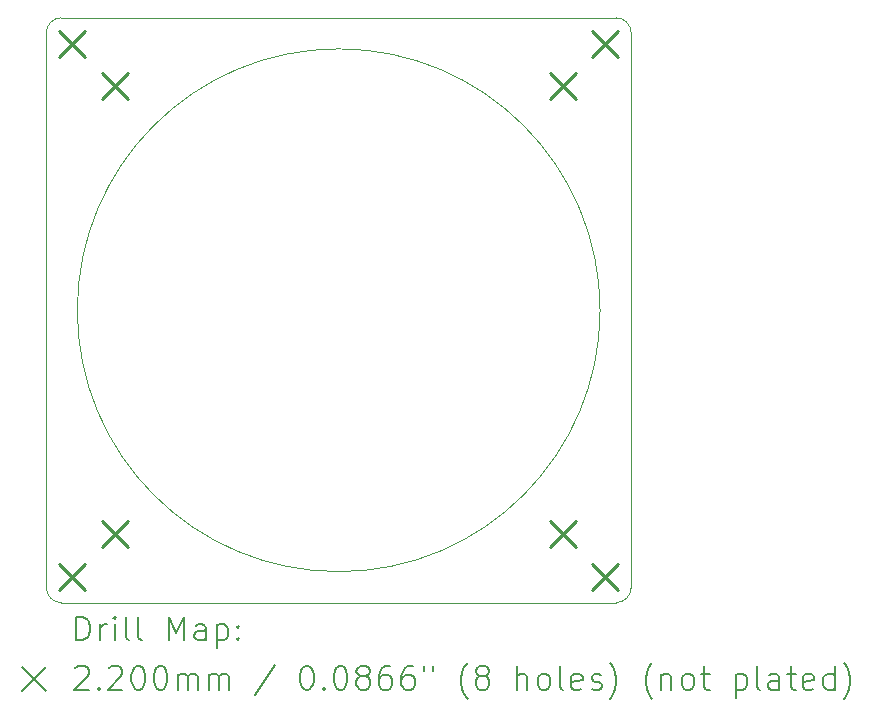
<source format=gbr>
%TF.GenerationSoftware,KiCad,Pcbnew,7.0.5*%
%TF.CreationDate,2024-08-05T01:27:42+08:00*%
%TF.ProjectId,TPS,5450532e-6b69-4636-9164-5f7063625858,rev?*%
%TF.SameCoordinates,Original*%
%TF.FileFunction,Drillmap*%
%TF.FilePolarity,Positive*%
%FSLAX45Y45*%
G04 Gerber Fmt 4.5, Leading zero omitted, Abs format (unit mm)*
G04 Created by KiCad (PCBNEW 7.0.5) date 2024-08-05 01:27:42*
%MOMM*%
%LPD*%
G01*
G04 APERTURE LIST*
%ADD10C,0.120000*%
%ADD11C,0.100000*%
%ADD12C,0.200000*%
%ADD13C,0.220000*%
G04 APERTURE END LIST*
D10*
X8670500Y-5568600D02*
X3973100Y-5568600D01*
X3846100Y-10393000D02*
G75*
G03*
X3973100Y-10520000I127000J0D01*
G01*
X3973100Y-5568600D02*
G75*
G03*
X3846100Y-5695600I0J-127000D01*
G01*
X8797500Y-10393000D02*
X8797500Y-5695600D01*
D11*
X8534800Y-8044300D02*
G75*
G03*
X8534800Y-8044300I-2213000J0D01*
G01*
D10*
X8670500Y-10520000D02*
X3973100Y-10520000D01*
X3846100Y-5695600D02*
X3846100Y-10393000D01*
X8670500Y-10520000D02*
G75*
G03*
X8797500Y-10393000I0J127000D01*
G01*
X8797500Y-5695600D02*
G75*
G03*
X8670500Y-5568600I-127000J0D01*
G01*
D12*
D13*
X3956100Y-5678600D02*
X4176100Y-5898600D01*
X4176100Y-5678600D02*
X3956100Y-5898600D01*
X3956100Y-10190000D02*
X4176100Y-10410000D01*
X4176100Y-10190000D02*
X3956100Y-10410000D01*
X4316100Y-6038600D02*
X4536100Y-6258600D01*
X4536100Y-6038600D02*
X4316100Y-6258600D01*
X4316100Y-9830000D02*
X4536100Y-10050000D01*
X4536100Y-9830000D02*
X4316100Y-10050000D01*
X8107500Y-6038600D02*
X8327500Y-6258600D01*
X8327500Y-6038600D02*
X8107500Y-6258600D01*
X8107500Y-9830000D02*
X8327500Y-10050000D01*
X8327500Y-9830000D02*
X8107500Y-10050000D01*
X8467500Y-5678600D02*
X8687500Y-5898600D01*
X8687500Y-5678600D02*
X8467500Y-5898600D01*
X8467500Y-10190000D02*
X8687500Y-10410000D01*
X8687500Y-10190000D02*
X8467500Y-10410000D01*
D12*
X4100877Y-10837484D02*
X4100877Y-10637484D01*
X4100877Y-10637484D02*
X4148496Y-10637484D01*
X4148496Y-10637484D02*
X4177067Y-10647008D01*
X4177067Y-10647008D02*
X4196115Y-10666055D01*
X4196115Y-10666055D02*
X4205639Y-10685103D01*
X4205639Y-10685103D02*
X4215163Y-10723198D01*
X4215163Y-10723198D02*
X4215163Y-10751770D01*
X4215163Y-10751770D02*
X4205639Y-10789865D01*
X4205639Y-10789865D02*
X4196115Y-10808912D01*
X4196115Y-10808912D02*
X4177067Y-10827960D01*
X4177067Y-10827960D02*
X4148496Y-10837484D01*
X4148496Y-10837484D02*
X4100877Y-10837484D01*
X4300877Y-10837484D02*
X4300877Y-10704150D01*
X4300877Y-10742246D02*
X4310401Y-10723198D01*
X4310401Y-10723198D02*
X4319924Y-10713674D01*
X4319924Y-10713674D02*
X4338972Y-10704150D01*
X4338972Y-10704150D02*
X4358020Y-10704150D01*
X4424686Y-10837484D02*
X4424686Y-10704150D01*
X4424686Y-10637484D02*
X4415163Y-10647008D01*
X4415163Y-10647008D02*
X4424686Y-10656531D01*
X4424686Y-10656531D02*
X4434210Y-10647008D01*
X4434210Y-10647008D02*
X4424686Y-10637484D01*
X4424686Y-10637484D02*
X4424686Y-10656531D01*
X4548496Y-10837484D02*
X4529448Y-10827960D01*
X4529448Y-10827960D02*
X4519924Y-10808912D01*
X4519924Y-10808912D02*
X4519924Y-10637484D01*
X4653258Y-10837484D02*
X4634210Y-10827960D01*
X4634210Y-10827960D02*
X4624686Y-10808912D01*
X4624686Y-10808912D02*
X4624686Y-10637484D01*
X4881829Y-10837484D02*
X4881829Y-10637484D01*
X4881829Y-10637484D02*
X4948496Y-10780341D01*
X4948496Y-10780341D02*
X5015163Y-10637484D01*
X5015163Y-10637484D02*
X5015163Y-10837484D01*
X5196115Y-10837484D02*
X5196115Y-10732722D01*
X5196115Y-10732722D02*
X5186591Y-10713674D01*
X5186591Y-10713674D02*
X5167544Y-10704150D01*
X5167544Y-10704150D02*
X5129448Y-10704150D01*
X5129448Y-10704150D02*
X5110401Y-10713674D01*
X5196115Y-10827960D02*
X5177067Y-10837484D01*
X5177067Y-10837484D02*
X5129448Y-10837484D01*
X5129448Y-10837484D02*
X5110401Y-10827960D01*
X5110401Y-10827960D02*
X5100877Y-10808912D01*
X5100877Y-10808912D02*
X5100877Y-10789865D01*
X5100877Y-10789865D02*
X5110401Y-10770817D01*
X5110401Y-10770817D02*
X5129448Y-10761293D01*
X5129448Y-10761293D02*
X5177067Y-10761293D01*
X5177067Y-10761293D02*
X5196115Y-10751770D01*
X5291353Y-10704150D02*
X5291353Y-10904150D01*
X5291353Y-10713674D02*
X5310401Y-10704150D01*
X5310401Y-10704150D02*
X5348496Y-10704150D01*
X5348496Y-10704150D02*
X5367544Y-10713674D01*
X5367544Y-10713674D02*
X5377067Y-10723198D01*
X5377067Y-10723198D02*
X5386591Y-10742246D01*
X5386591Y-10742246D02*
X5386591Y-10799389D01*
X5386591Y-10799389D02*
X5377067Y-10818436D01*
X5377067Y-10818436D02*
X5367544Y-10827960D01*
X5367544Y-10827960D02*
X5348496Y-10837484D01*
X5348496Y-10837484D02*
X5310401Y-10837484D01*
X5310401Y-10837484D02*
X5291353Y-10827960D01*
X5472305Y-10818436D02*
X5481829Y-10827960D01*
X5481829Y-10827960D02*
X5472305Y-10837484D01*
X5472305Y-10837484D02*
X5462782Y-10827960D01*
X5462782Y-10827960D02*
X5472305Y-10818436D01*
X5472305Y-10818436D02*
X5472305Y-10837484D01*
X5472305Y-10713674D02*
X5481829Y-10723198D01*
X5481829Y-10723198D02*
X5472305Y-10732722D01*
X5472305Y-10732722D02*
X5462782Y-10723198D01*
X5462782Y-10723198D02*
X5472305Y-10713674D01*
X5472305Y-10713674D02*
X5472305Y-10732722D01*
X3640100Y-11066000D02*
X3840100Y-11266000D01*
X3840100Y-11066000D02*
X3640100Y-11266000D01*
X4091353Y-11076531D02*
X4100877Y-11067008D01*
X4100877Y-11067008D02*
X4119924Y-11057484D01*
X4119924Y-11057484D02*
X4167543Y-11057484D01*
X4167543Y-11057484D02*
X4186591Y-11067008D01*
X4186591Y-11067008D02*
X4196115Y-11076531D01*
X4196115Y-11076531D02*
X4205639Y-11095579D01*
X4205639Y-11095579D02*
X4205639Y-11114627D01*
X4205639Y-11114627D02*
X4196115Y-11143198D01*
X4196115Y-11143198D02*
X4081829Y-11257484D01*
X4081829Y-11257484D02*
X4205639Y-11257484D01*
X4291353Y-11238436D02*
X4300877Y-11247960D01*
X4300877Y-11247960D02*
X4291353Y-11257484D01*
X4291353Y-11257484D02*
X4281829Y-11247960D01*
X4281829Y-11247960D02*
X4291353Y-11238436D01*
X4291353Y-11238436D02*
X4291353Y-11257484D01*
X4377067Y-11076531D02*
X4386591Y-11067008D01*
X4386591Y-11067008D02*
X4405639Y-11057484D01*
X4405639Y-11057484D02*
X4453258Y-11057484D01*
X4453258Y-11057484D02*
X4472305Y-11067008D01*
X4472305Y-11067008D02*
X4481829Y-11076531D01*
X4481829Y-11076531D02*
X4491353Y-11095579D01*
X4491353Y-11095579D02*
X4491353Y-11114627D01*
X4491353Y-11114627D02*
X4481829Y-11143198D01*
X4481829Y-11143198D02*
X4367544Y-11257484D01*
X4367544Y-11257484D02*
X4491353Y-11257484D01*
X4615163Y-11057484D02*
X4634210Y-11057484D01*
X4634210Y-11057484D02*
X4653258Y-11067008D01*
X4653258Y-11067008D02*
X4662782Y-11076531D01*
X4662782Y-11076531D02*
X4672305Y-11095579D01*
X4672305Y-11095579D02*
X4681829Y-11133674D01*
X4681829Y-11133674D02*
X4681829Y-11181293D01*
X4681829Y-11181293D02*
X4672305Y-11219388D01*
X4672305Y-11219388D02*
X4662782Y-11238436D01*
X4662782Y-11238436D02*
X4653258Y-11247960D01*
X4653258Y-11247960D02*
X4634210Y-11257484D01*
X4634210Y-11257484D02*
X4615163Y-11257484D01*
X4615163Y-11257484D02*
X4596115Y-11247960D01*
X4596115Y-11247960D02*
X4586591Y-11238436D01*
X4586591Y-11238436D02*
X4577067Y-11219388D01*
X4577067Y-11219388D02*
X4567544Y-11181293D01*
X4567544Y-11181293D02*
X4567544Y-11133674D01*
X4567544Y-11133674D02*
X4577067Y-11095579D01*
X4577067Y-11095579D02*
X4586591Y-11076531D01*
X4586591Y-11076531D02*
X4596115Y-11067008D01*
X4596115Y-11067008D02*
X4615163Y-11057484D01*
X4805639Y-11057484D02*
X4824686Y-11057484D01*
X4824686Y-11057484D02*
X4843734Y-11067008D01*
X4843734Y-11067008D02*
X4853258Y-11076531D01*
X4853258Y-11076531D02*
X4862782Y-11095579D01*
X4862782Y-11095579D02*
X4872305Y-11133674D01*
X4872305Y-11133674D02*
X4872305Y-11181293D01*
X4872305Y-11181293D02*
X4862782Y-11219388D01*
X4862782Y-11219388D02*
X4853258Y-11238436D01*
X4853258Y-11238436D02*
X4843734Y-11247960D01*
X4843734Y-11247960D02*
X4824686Y-11257484D01*
X4824686Y-11257484D02*
X4805639Y-11257484D01*
X4805639Y-11257484D02*
X4786591Y-11247960D01*
X4786591Y-11247960D02*
X4777067Y-11238436D01*
X4777067Y-11238436D02*
X4767544Y-11219388D01*
X4767544Y-11219388D02*
X4758020Y-11181293D01*
X4758020Y-11181293D02*
X4758020Y-11133674D01*
X4758020Y-11133674D02*
X4767544Y-11095579D01*
X4767544Y-11095579D02*
X4777067Y-11076531D01*
X4777067Y-11076531D02*
X4786591Y-11067008D01*
X4786591Y-11067008D02*
X4805639Y-11057484D01*
X4958020Y-11257484D02*
X4958020Y-11124150D01*
X4958020Y-11143198D02*
X4967544Y-11133674D01*
X4967544Y-11133674D02*
X4986591Y-11124150D01*
X4986591Y-11124150D02*
X5015163Y-11124150D01*
X5015163Y-11124150D02*
X5034210Y-11133674D01*
X5034210Y-11133674D02*
X5043734Y-11152722D01*
X5043734Y-11152722D02*
X5043734Y-11257484D01*
X5043734Y-11152722D02*
X5053258Y-11133674D01*
X5053258Y-11133674D02*
X5072305Y-11124150D01*
X5072305Y-11124150D02*
X5100877Y-11124150D01*
X5100877Y-11124150D02*
X5119925Y-11133674D01*
X5119925Y-11133674D02*
X5129448Y-11152722D01*
X5129448Y-11152722D02*
X5129448Y-11257484D01*
X5224686Y-11257484D02*
X5224686Y-11124150D01*
X5224686Y-11143198D02*
X5234210Y-11133674D01*
X5234210Y-11133674D02*
X5253258Y-11124150D01*
X5253258Y-11124150D02*
X5281829Y-11124150D01*
X5281829Y-11124150D02*
X5300877Y-11133674D01*
X5300877Y-11133674D02*
X5310401Y-11152722D01*
X5310401Y-11152722D02*
X5310401Y-11257484D01*
X5310401Y-11152722D02*
X5319925Y-11133674D01*
X5319925Y-11133674D02*
X5338972Y-11124150D01*
X5338972Y-11124150D02*
X5367544Y-11124150D01*
X5367544Y-11124150D02*
X5386591Y-11133674D01*
X5386591Y-11133674D02*
X5396115Y-11152722D01*
X5396115Y-11152722D02*
X5396115Y-11257484D01*
X5786591Y-11047960D02*
X5615163Y-11305103D01*
X6043734Y-11057484D02*
X6062782Y-11057484D01*
X6062782Y-11057484D02*
X6081829Y-11067008D01*
X6081829Y-11067008D02*
X6091353Y-11076531D01*
X6091353Y-11076531D02*
X6100877Y-11095579D01*
X6100877Y-11095579D02*
X6110401Y-11133674D01*
X6110401Y-11133674D02*
X6110401Y-11181293D01*
X6110401Y-11181293D02*
X6100877Y-11219388D01*
X6100877Y-11219388D02*
X6091353Y-11238436D01*
X6091353Y-11238436D02*
X6081829Y-11247960D01*
X6081829Y-11247960D02*
X6062782Y-11257484D01*
X6062782Y-11257484D02*
X6043734Y-11257484D01*
X6043734Y-11257484D02*
X6024686Y-11247960D01*
X6024686Y-11247960D02*
X6015163Y-11238436D01*
X6015163Y-11238436D02*
X6005639Y-11219388D01*
X6005639Y-11219388D02*
X5996115Y-11181293D01*
X5996115Y-11181293D02*
X5996115Y-11133674D01*
X5996115Y-11133674D02*
X6005639Y-11095579D01*
X6005639Y-11095579D02*
X6015163Y-11076531D01*
X6015163Y-11076531D02*
X6024686Y-11067008D01*
X6024686Y-11067008D02*
X6043734Y-11057484D01*
X6196115Y-11238436D02*
X6205639Y-11247960D01*
X6205639Y-11247960D02*
X6196115Y-11257484D01*
X6196115Y-11257484D02*
X6186591Y-11247960D01*
X6186591Y-11247960D02*
X6196115Y-11238436D01*
X6196115Y-11238436D02*
X6196115Y-11257484D01*
X6329448Y-11057484D02*
X6348496Y-11057484D01*
X6348496Y-11057484D02*
X6367544Y-11067008D01*
X6367544Y-11067008D02*
X6377067Y-11076531D01*
X6377067Y-11076531D02*
X6386591Y-11095579D01*
X6386591Y-11095579D02*
X6396115Y-11133674D01*
X6396115Y-11133674D02*
X6396115Y-11181293D01*
X6396115Y-11181293D02*
X6386591Y-11219388D01*
X6386591Y-11219388D02*
X6377067Y-11238436D01*
X6377067Y-11238436D02*
X6367544Y-11247960D01*
X6367544Y-11247960D02*
X6348496Y-11257484D01*
X6348496Y-11257484D02*
X6329448Y-11257484D01*
X6329448Y-11257484D02*
X6310401Y-11247960D01*
X6310401Y-11247960D02*
X6300877Y-11238436D01*
X6300877Y-11238436D02*
X6291353Y-11219388D01*
X6291353Y-11219388D02*
X6281829Y-11181293D01*
X6281829Y-11181293D02*
X6281829Y-11133674D01*
X6281829Y-11133674D02*
X6291353Y-11095579D01*
X6291353Y-11095579D02*
X6300877Y-11076531D01*
X6300877Y-11076531D02*
X6310401Y-11067008D01*
X6310401Y-11067008D02*
X6329448Y-11057484D01*
X6510401Y-11143198D02*
X6491353Y-11133674D01*
X6491353Y-11133674D02*
X6481829Y-11124150D01*
X6481829Y-11124150D02*
X6472306Y-11105103D01*
X6472306Y-11105103D02*
X6472306Y-11095579D01*
X6472306Y-11095579D02*
X6481829Y-11076531D01*
X6481829Y-11076531D02*
X6491353Y-11067008D01*
X6491353Y-11067008D02*
X6510401Y-11057484D01*
X6510401Y-11057484D02*
X6548496Y-11057484D01*
X6548496Y-11057484D02*
X6567544Y-11067008D01*
X6567544Y-11067008D02*
X6577067Y-11076531D01*
X6577067Y-11076531D02*
X6586591Y-11095579D01*
X6586591Y-11095579D02*
X6586591Y-11105103D01*
X6586591Y-11105103D02*
X6577067Y-11124150D01*
X6577067Y-11124150D02*
X6567544Y-11133674D01*
X6567544Y-11133674D02*
X6548496Y-11143198D01*
X6548496Y-11143198D02*
X6510401Y-11143198D01*
X6510401Y-11143198D02*
X6491353Y-11152722D01*
X6491353Y-11152722D02*
X6481829Y-11162246D01*
X6481829Y-11162246D02*
X6472306Y-11181293D01*
X6472306Y-11181293D02*
X6472306Y-11219388D01*
X6472306Y-11219388D02*
X6481829Y-11238436D01*
X6481829Y-11238436D02*
X6491353Y-11247960D01*
X6491353Y-11247960D02*
X6510401Y-11257484D01*
X6510401Y-11257484D02*
X6548496Y-11257484D01*
X6548496Y-11257484D02*
X6567544Y-11247960D01*
X6567544Y-11247960D02*
X6577067Y-11238436D01*
X6577067Y-11238436D02*
X6586591Y-11219388D01*
X6586591Y-11219388D02*
X6586591Y-11181293D01*
X6586591Y-11181293D02*
X6577067Y-11162246D01*
X6577067Y-11162246D02*
X6567544Y-11152722D01*
X6567544Y-11152722D02*
X6548496Y-11143198D01*
X6758020Y-11057484D02*
X6719925Y-11057484D01*
X6719925Y-11057484D02*
X6700877Y-11067008D01*
X6700877Y-11067008D02*
X6691353Y-11076531D01*
X6691353Y-11076531D02*
X6672306Y-11105103D01*
X6672306Y-11105103D02*
X6662782Y-11143198D01*
X6662782Y-11143198D02*
X6662782Y-11219388D01*
X6662782Y-11219388D02*
X6672306Y-11238436D01*
X6672306Y-11238436D02*
X6681829Y-11247960D01*
X6681829Y-11247960D02*
X6700877Y-11257484D01*
X6700877Y-11257484D02*
X6738972Y-11257484D01*
X6738972Y-11257484D02*
X6758020Y-11247960D01*
X6758020Y-11247960D02*
X6767544Y-11238436D01*
X6767544Y-11238436D02*
X6777067Y-11219388D01*
X6777067Y-11219388D02*
X6777067Y-11171770D01*
X6777067Y-11171770D02*
X6767544Y-11152722D01*
X6767544Y-11152722D02*
X6758020Y-11143198D01*
X6758020Y-11143198D02*
X6738972Y-11133674D01*
X6738972Y-11133674D02*
X6700877Y-11133674D01*
X6700877Y-11133674D02*
X6681829Y-11143198D01*
X6681829Y-11143198D02*
X6672306Y-11152722D01*
X6672306Y-11152722D02*
X6662782Y-11171770D01*
X6948496Y-11057484D02*
X6910401Y-11057484D01*
X6910401Y-11057484D02*
X6891353Y-11067008D01*
X6891353Y-11067008D02*
X6881829Y-11076531D01*
X6881829Y-11076531D02*
X6862782Y-11105103D01*
X6862782Y-11105103D02*
X6853258Y-11143198D01*
X6853258Y-11143198D02*
X6853258Y-11219388D01*
X6853258Y-11219388D02*
X6862782Y-11238436D01*
X6862782Y-11238436D02*
X6872306Y-11247960D01*
X6872306Y-11247960D02*
X6891353Y-11257484D01*
X6891353Y-11257484D02*
X6929448Y-11257484D01*
X6929448Y-11257484D02*
X6948496Y-11247960D01*
X6948496Y-11247960D02*
X6958020Y-11238436D01*
X6958020Y-11238436D02*
X6967544Y-11219388D01*
X6967544Y-11219388D02*
X6967544Y-11171770D01*
X6967544Y-11171770D02*
X6958020Y-11152722D01*
X6958020Y-11152722D02*
X6948496Y-11143198D01*
X6948496Y-11143198D02*
X6929448Y-11133674D01*
X6929448Y-11133674D02*
X6891353Y-11133674D01*
X6891353Y-11133674D02*
X6872306Y-11143198D01*
X6872306Y-11143198D02*
X6862782Y-11152722D01*
X6862782Y-11152722D02*
X6853258Y-11171770D01*
X7043734Y-11057484D02*
X7043734Y-11095579D01*
X7119925Y-11057484D02*
X7119925Y-11095579D01*
X7415163Y-11333674D02*
X7405639Y-11324150D01*
X7405639Y-11324150D02*
X7386591Y-11295579D01*
X7386591Y-11295579D02*
X7377068Y-11276531D01*
X7377068Y-11276531D02*
X7367544Y-11247960D01*
X7367544Y-11247960D02*
X7358020Y-11200341D01*
X7358020Y-11200341D02*
X7358020Y-11162246D01*
X7358020Y-11162246D02*
X7367544Y-11114627D01*
X7367544Y-11114627D02*
X7377068Y-11086055D01*
X7377068Y-11086055D02*
X7386591Y-11067008D01*
X7386591Y-11067008D02*
X7405639Y-11038436D01*
X7405639Y-11038436D02*
X7415163Y-11028912D01*
X7519925Y-11143198D02*
X7500877Y-11133674D01*
X7500877Y-11133674D02*
X7491353Y-11124150D01*
X7491353Y-11124150D02*
X7481829Y-11105103D01*
X7481829Y-11105103D02*
X7481829Y-11095579D01*
X7481829Y-11095579D02*
X7491353Y-11076531D01*
X7491353Y-11076531D02*
X7500877Y-11067008D01*
X7500877Y-11067008D02*
X7519925Y-11057484D01*
X7519925Y-11057484D02*
X7558020Y-11057484D01*
X7558020Y-11057484D02*
X7577068Y-11067008D01*
X7577068Y-11067008D02*
X7586591Y-11076531D01*
X7586591Y-11076531D02*
X7596115Y-11095579D01*
X7596115Y-11095579D02*
X7596115Y-11105103D01*
X7596115Y-11105103D02*
X7586591Y-11124150D01*
X7586591Y-11124150D02*
X7577068Y-11133674D01*
X7577068Y-11133674D02*
X7558020Y-11143198D01*
X7558020Y-11143198D02*
X7519925Y-11143198D01*
X7519925Y-11143198D02*
X7500877Y-11152722D01*
X7500877Y-11152722D02*
X7491353Y-11162246D01*
X7491353Y-11162246D02*
X7481829Y-11181293D01*
X7481829Y-11181293D02*
X7481829Y-11219388D01*
X7481829Y-11219388D02*
X7491353Y-11238436D01*
X7491353Y-11238436D02*
X7500877Y-11247960D01*
X7500877Y-11247960D02*
X7519925Y-11257484D01*
X7519925Y-11257484D02*
X7558020Y-11257484D01*
X7558020Y-11257484D02*
X7577068Y-11247960D01*
X7577068Y-11247960D02*
X7586591Y-11238436D01*
X7586591Y-11238436D02*
X7596115Y-11219388D01*
X7596115Y-11219388D02*
X7596115Y-11181293D01*
X7596115Y-11181293D02*
X7586591Y-11162246D01*
X7586591Y-11162246D02*
X7577068Y-11152722D01*
X7577068Y-11152722D02*
X7558020Y-11143198D01*
X7834210Y-11257484D02*
X7834210Y-11057484D01*
X7919925Y-11257484D02*
X7919925Y-11152722D01*
X7919925Y-11152722D02*
X7910401Y-11133674D01*
X7910401Y-11133674D02*
X7891353Y-11124150D01*
X7891353Y-11124150D02*
X7862782Y-11124150D01*
X7862782Y-11124150D02*
X7843734Y-11133674D01*
X7843734Y-11133674D02*
X7834210Y-11143198D01*
X8043734Y-11257484D02*
X8024687Y-11247960D01*
X8024687Y-11247960D02*
X8015163Y-11238436D01*
X8015163Y-11238436D02*
X8005639Y-11219388D01*
X8005639Y-11219388D02*
X8005639Y-11162246D01*
X8005639Y-11162246D02*
X8015163Y-11143198D01*
X8015163Y-11143198D02*
X8024687Y-11133674D01*
X8024687Y-11133674D02*
X8043734Y-11124150D01*
X8043734Y-11124150D02*
X8072306Y-11124150D01*
X8072306Y-11124150D02*
X8091353Y-11133674D01*
X8091353Y-11133674D02*
X8100877Y-11143198D01*
X8100877Y-11143198D02*
X8110401Y-11162246D01*
X8110401Y-11162246D02*
X8110401Y-11219388D01*
X8110401Y-11219388D02*
X8100877Y-11238436D01*
X8100877Y-11238436D02*
X8091353Y-11247960D01*
X8091353Y-11247960D02*
X8072306Y-11257484D01*
X8072306Y-11257484D02*
X8043734Y-11257484D01*
X8224687Y-11257484D02*
X8205639Y-11247960D01*
X8205639Y-11247960D02*
X8196115Y-11228912D01*
X8196115Y-11228912D02*
X8196115Y-11057484D01*
X8377068Y-11247960D02*
X8358020Y-11257484D01*
X8358020Y-11257484D02*
X8319925Y-11257484D01*
X8319925Y-11257484D02*
X8300877Y-11247960D01*
X8300877Y-11247960D02*
X8291353Y-11228912D01*
X8291353Y-11228912D02*
X8291353Y-11152722D01*
X8291353Y-11152722D02*
X8300877Y-11133674D01*
X8300877Y-11133674D02*
X8319925Y-11124150D01*
X8319925Y-11124150D02*
X8358020Y-11124150D01*
X8358020Y-11124150D02*
X8377068Y-11133674D01*
X8377068Y-11133674D02*
X8386591Y-11152722D01*
X8386591Y-11152722D02*
X8386591Y-11171770D01*
X8386591Y-11171770D02*
X8291353Y-11190817D01*
X8462782Y-11247960D02*
X8481830Y-11257484D01*
X8481830Y-11257484D02*
X8519925Y-11257484D01*
X8519925Y-11257484D02*
X8538973Y-11247960D01*
X8538973Y-11247960D02*
X8548496Y-11228912D01*
X8548496Y-11228912D02*
X8548496Y-11219388D01*
X8548496Y-11219388D02*
X8538973Y-11200341D01*
X8538973Y-11200341D02*
X8519925Y-11190817D01*
X8519925Y-11190817D02*
X8491353Y-11190817D01*
X8491353Y-11190817D02*
X8472306Y-11181293D01*
X8472306Y-11181293D02*
X8462782Y-11162246D01*
X8462782Y-11162246D02*
X8462782Y-11152722D01*
X8462782Y-11152722D02*
X8472306Y-11133674D01*
X8472306Y-11133674D02*
X8491353Y-11124150D01*
X8491353Y-11124150D02*
X8519925Y-11124150D01*
X8519925Y-11124150D02*
X8538973Y-11133674D01*
X8615163Y-11333674D02*
X8624687Y-11324150D01*
X8624687Y-11324150D02*
X8643734Y-11295579D01*
X8643734Y-11295579D02*
X8653258Y-11276531D01*
X8653258Y-11276531D02*
X8662782Y-11247960D01*
X8662782Y-11247960D02*
X8672306Y-11200341D01*
X8672306Y-11200341D02*
X8672306Y-11162246D01*
X8672306Y-11162246D02*
X8662782Y-11114627D01*
X8662782Y-11114627D02*
X8653258Y-11086055D01*
X8653258Y-11086055D02*
X8643734Y-11067008D01*
X8643734Y-11067008D02*
X8624687Y-11038436D01*
X8624687Y-11038436D02*
X8615163Y-11028912D01*
X8977068Y-11333674D02*
X8967544Y-11324150D01*
X8967544Y-11324150D02*
X8948496Y-11295579D01*
X8948496Y-11295579D02*
X8938973Y-11276531D01*
X8938973Y-11276531D02*
X8929449Y-11247960D01*
X8929449Y-11247960D02*
X8919925Y-11200341D01*
X8919925Y-11200341D02*
X8919925Y-11162246D01*
X8919925Y-11162246D02*
X8929449Y-11114627D01*
X8929449Y-11114627D02*
X8938973Y-11086055D01*
X8938973Y-11086055D02*
X8948496Y-11067008D01*
X8948496Y-11067008D02*
X8967544Y-11038436D01*
X8967544Y-11038436D02*
X8977068Y-11028912D01*
X9053258Y-11124150D02*
X9053258Y-11257484D01*
X9053258Y-11143198D02*
X9062782Y-11133674D01*
X9062782Y-11133674D02*
X9081830Y-11124150D01*
X9081830Y-11124150D02*
X9110401Y-11124150D01*
X9110401Y-11124150D02*
X9129449Y-11133674D01*
X9129449Y-11133674D02*
X9138973Y-11152722D01*
X9138973Y-11152722D02*
X9138973Y-11257484D01*
X9262782Y-11257484D02*
X9243734Y-11247960D01*
X9243734Y-11247960D02*
X9234211Y-11238436D01*
X9234211Y-11238436D02*
X9224687Y-11219388D01*
X9224687Y-11219388D02*
X9224687Y-11162246D01*
X9224687Y-11162246D02*
X9234211Y-11143198D01*
X9234211Y-11143198D02*
X9243734Y-11133674D01*
X9243734Y-11133674D02*
X9262782Y-11124150D01*
X9262782Y-11124150D02*
X9291354Y-11124150D01*
X9291354Y-11124150D02*
X9310401Y-11133674D01*
X9310401Y-11133674D02*
X9319925Y-11143198D01*
X9319925Y-11143198D02*
X9329449Y-11162246D01*
X9329449Y-11162246D02*
X9329449Y-11219388D01*
X9329449Y-11219388D02*
X9319925Y-11238436D01*
X9319925Y-11238436D02*
X9310401Y-11247960D01*
X9310401Y-11247960D02*
X9291354Y-11257484D01*
X9291354Y-11257484D02*
X9262782Y-11257484D01*
X9386592Y-11124150D02*
X9462782Y-11124150D01*
X9415163Y-11057484D02*
X9415163Y-11228912D01*
X9415163Y-11228912D02*
X9424687Y-11247960D01*
X9424687Y-11247960D02*
X9443734Y-11257484D01*
X9443734Y-11257484D02*
X9462782Y-11257484D01*
X9681830Y-11124150D02*
X9681830Y-11324150D01*
X9681830Y-11133674D02*
X9700877Y-11124150D01*
X9700877Y-11124150D02*
X9738973Y-11124150D01*
X9738973Y-11124150D02*
X9758020Y-11133674D01*
X9758020Y-11133674D02*
X9767544Y-11143198D01*
X9767544Y-11143198D02*
X9777068Y-11162246D01*
X9777068Y-11162246D02*
X9777068Y-11219388D01*
X9777068Y-11219388D02*
X9767544Y-11238436D01*
X9767544Y-11238436D02*
X9758020Y-11247960D01*
X9758020Y-11247960D02*
X9738973Y-11257484D01*
X9738973Y-11257484D02*
X9700877Y-11257484D01*
X9700877Y-11257484D02*
X9681830Y-11247960D01*
X9891354Y-11257484D02*
X9872306Y-11247960D01*
X9872306Y-11247960D02*
X9862782Y-11228912D01*
X9862782Y-11228912D02*
X9862782Y-11057484D01*
X10053258Y-11257484D02*
X10053258Y-11152722D01*
X10053258Y-11152722D02*
X10043735Y-11133674D01*
X10043735Y-11133674D02*
X10024687Y-11124150D01*
X10024687Y-11124150D02*
X9986592Y-11124150D01*
X9986592Y-11124150D02*
X9967544Y-11133674D01*
X10053258Y-11247960D02*
X10034211Y-11257484D01*
X10034211Y-11257484D02*
X9986592Y-11257484D01*
X9986592Y-11257484D02*
X9967544Y-11247960D01*
X9967544Y-11247960D02*
X9958020Y-11228912D01*
X9958020Y-11228912D02*
X9958020Y-11209865D01*
X9958020Y-11209865D02*
X9967544Y-11190817D01*
X9967544Y-11190817D02*
X9986592Y-11181293D01*
X9986592Y-11181293D02*
X10034211Y-11181293D01*
X10034211Y-11181293D02*
X10053258Y-11171770D01*
X10119925Y-11124150D02*
X10196115Y-11124150D01*
X10148496Y-11057484D02*
X10148496Y-11228912D01*
X10148496Y-11228912D02*
X10158020Y-11247960D01*
X10158020Y-11247960D02*
X10177068Y-11257484D01*
X10177068Y-11257484D02*
X10196115Y-11257484D01*
X10338973Y-11247960D02*
X10319925Y-11257484D01*
X10319925Y-11257484D02*
X10281830Y-11257484D01*
X10281830Y-11257484D02*
X10262782Y-11247960D01*
X10262782Y-11247960D02*
X10253258Y-11228912D01*
X10253258Y-11228912D02*
X10253258Y-11152722D01*
X10253258Y-11152722D02*
X10262782Y-11133674D01*
X10262782Y-11133674D02*
X10281830Y-11124150D01*
X10281830Y-11124150D02*
X10319925Y-11124150D01*
X10319925Y-11124150D02*
X10338973Y-11133674D01*
X10338973Y-11133674D02*
X10348496Y-11152722D01*
X10348496Y-11152722D02*
X10348496Y-11171770D01*
X10348496Y-11171770D02*
X10253258Y-11190817D01*
X10519925Y-11257484D02*
X10519925Y-11057484D01*
X10519925Y-11247960D02*
X10500877Y-11257484D01*
X10500877Y-11257484D02*
X10462782Y-11257484D01*
X10462782Y-11257484D02*
X10443735Y-11247960D01*
X10443735Y-11247960D02*
X10434211Y-11238436D01*
X10434211Y-11238436D02*
X10424687Y-11219388D01*
X10424687Y-11219388D02*
X10424687Y-11162246D01*
X10424687Y-11162246D02*
X10434211Y-11143198D01*
X10434211Y-11143198D02*
X10443735Y-11133674D01*
X10443735Y-11133674D02*
X10462782Y-11124150D01*
X10462782Y-11124150D02*
X10500877Y-11124150D01*
X10500877Y-11124150D02*
X10519925Y-11133674D01*
X10596116Y-11333674D02*
X10605639Y-11324150D01*
X10605639Y-11324150D02*
X10624687Y-11295579D01*
X10624687Y-11295579D02*
X10634211Y-11276531D01*
X10634211Y-11276531D02*
X10643735Y-11247960D01*
X10643735Y-11247960D02*
X10653258Y-11200341D01*
X10653258Y-11200341D02*
X10653258Y-11162246D01*
X10653258Y-11162246D02*
X10643735Y-11114627D01*
X10643735Y-11114627D02*
X10634211Y-11086055D01*
X10634211Y-11086055D02*
X10624687Y-11067008D01*
X10624687Y-11067008D02*
X10605639Y-11038436D01*
X10605639Y-11038436D02*
X10596116Y-11028912D01*
M02*

</source>
